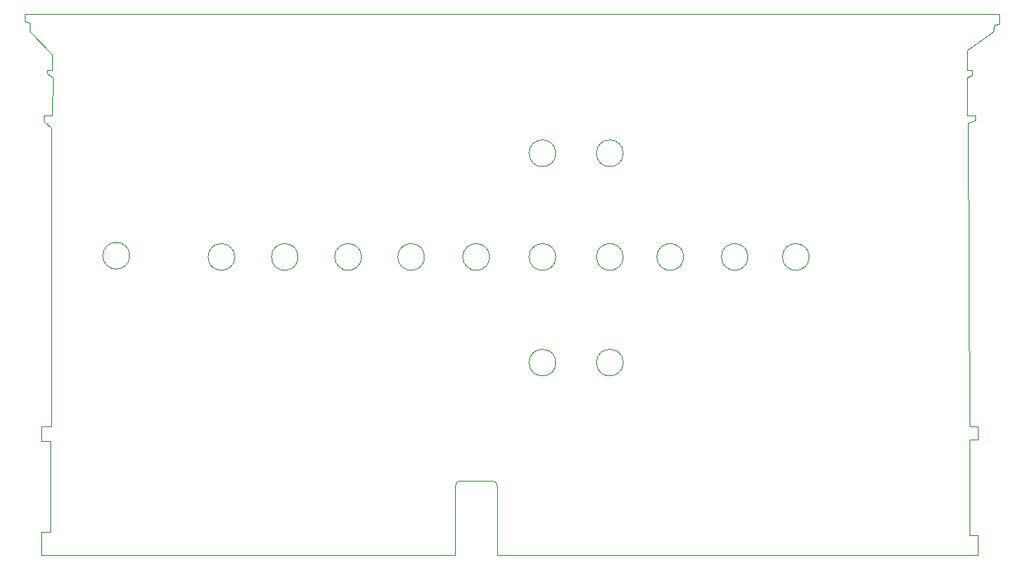
<source format=gbr>
%TF.GenerationSoftware,KiCad,Pcbnew,7.0.7*%
%TF.CreationDate,2023-11-20T21:29:34+01:00*%
%TF.ProjectId,sss_ornament_2023,7373735f-6f72-46e6-916d-656e745f3230,rev?*%
%TF.SameCoordinates,Original*%
%TF.FileFunction,Profile,NP*%
%FSLAX46Y46*%
G04 Gerber Fmt 4.6, Leading zero omitted, Abs format (unit mm)*
G04 Created by KiCad (PCBNEW 7.0.7) date 2023-11-20 21:29:34*
%MOMM*%
%LPD*%
G01*
G04 APERTURE LIST*
%TA.AperFunction,Profile*%
%ADD10C,0.086130*%
%TD*%
%TA.AperFunction,Profile*%
%ADD11C,0.100000*%
%TD*%
G04 APERTURE END LIST*
D10*
X179537047Y-60719226D02*
X179534049Y-62711366D01*
X85249477Y-63101949D02*
X85224877Y-62732609D01*
X127112758Y-112510329D02*
X84656791Y-112501830D01*
X85610461Y-110102290D02*
X85626561Y-100800128D01*
X85766576Y-62732609D02*
X85784777Y-61081569D01*
D11*
X144315263Y-81915000D02*
G75*
G03*
X144315263Y-81915000I-1367832J0D01*
G01*
X110990463Y-81915000D02*
G75*
G03*
X110990463Y-81915000I-1367832J0D01*
G01*
D10*
X85646361Y-99336028D02*
X85692661Y-68642008D01*
X182268775Y-58728666D02*
X179537047Y-60719226D01*
D11*
X104488063Y-81915000D02*
G75*
G03*
X104488063Y-81915000I-1367832J0D01*
G01*
X130624663Y-81915000D02*
G75*
G03*
X130624663Y-81915000I-1367832J0D01*
G01*
D10*
X180414046Y-67905155D02*
X179692817Y-68169875D01*
X180413398Y-67426235D02*
X180414046Y-67905155D01*
D11*
X157116863Y-81915000D02*
G75*
G03*
X157116863Y-81915000I-1367832J0D01*
G01*
D10*
X85815797Y-63471289D02*
X85249477Y-63101949D01*
X84953981Y-67386259D02*
X85766497Y-67386259D01*
X83453747Y-58731679D02*
X83467547Y-57871119D01*
X179553328Y-63523296D02*
X179551330Y-67420235D01*
X180110015Y-63215526D02*
X179553328Y-63523296D01*
X82973897Y-56994646D02*
X182880858Y-56964246D01*
X84661791Y-110102240D02*
X85610461Y-110102290D01*
D11*
X137410232Y-71268631D02*
G75*
G03*
X137410232Y-71268631I-1367832J0D01*
G01*
D10*
X85766497Y-67386259D02*
X85815797Y-63471289D01*
X179853850Y-99281165D02*
X180679625Y-99275065D01*
X85224877Y-62732609D02*
X85766576Y-62732609D01*
X127112262Y-105411197D02*
X127112758Y-112510329D01*
X180702567Y-110479083D02*
X180706565Y-112519225D01*
X182880858Y-56964246D02*
X182882857Y-57981546D01*
X130912227Y-104911162D02*
X127612262Y-104911162D01*
X180679625Y-99275065D02*
X180683127Y-100627913D01*
X84683101Y-99346217D02*
X85646361Y-99336028D01*
D11*
X144315263Y-92760800D02*
G75*
G03*
X144315263Y-92760800I-1367832J0D01*
G01*
D10*
X131412238Y-105411162D02*
G75*
G03*
X130912227Y-104911162I-500038J-38D01*
G01*
X84680101Y-100800219D02*
X84683101Y-99346217D01*
X179841262Y-110468283D02*
X180702567Y-110479083D01*
X85626561Y-100800128D02*
X84680101Y-100800219D01*
D11*
X137410232Y-92760800D02*
G75*
G03*
X137410232Y-92760800I-1367832J0D01*
G01*
D10*
X84656791Y-112501830D02*
X84661791Y-110102240D01*
X85784777Y-61081569D02*
X83453747Y-58731679D01*
X127612262Y-104911162D02*
G75*
G03*
X127112262Y-105411197I38J-500038D01*
G01*
D11*
X93718463Y-81788000D02*
G75*
G03*
X93718463Y-81788000I-1367832J0D01*
G01*
X137410232Y-81915000D02*
G75*
G03*
X137410232Y-81915000I-1367832J0D01*
G01*
D10*
X82970617Y-57738299D02*
X82975617Y-56994659D01*
X179551330Y-67420235D02*
X180413398Y-67426235D01*
D11*
X144315263Y-71268631D02*
G75*
G03*
X144315263Y-71268631I-1367832J0D01*
G01*
D10*
X180683127Y-100627913D02*
X179843360Y-100627913D01*
X179843360Y-100627913D02*
X179841262Y-110468283D01*
X182882857Y-57981546D02*
X182332274Y-58093376D01*
D11*
X163390663Y-81915000D02*
G75*
G03*
X163390663Y-81915000I-1367832J0D01*
G01*
X123944463Y-81915000D02*
G75*
G03*
X123944463Y-81915000I-1367832J0D01*
G01*
D10*
X180114013Y-62706366D02*
X180110015Y-63215526D01*
D11*
X117492863Y-81915000D02*
G75*
G03*
X117492863Y-81915000I-1367832J0D01*
G01*
D10*
X83467547Y-57871119D02*
X82970617Y-57738299D01*
X180706565Y-112519225D02*
X131412234Y-112510726D01*
X84953981Y-68001818D02*
X84953981Y-67386259D01*
X179692817Y-68169875D02*
X179853850Y-99281165D01*
X85692661Y-68642008D02*
X84953981Y-68001818D01*
D11*
X150516632Y-81915000D02*
G75*
G03*
X150516632Y-81915000I-1367832J0D01*
G01*
D10*
X182332274Y-58093376D02*
X182268775Y-58728666D01*
X131412234Y-112510726D02*
X131412227Y-105411162D01*
X179534049Y-62711366D02*
X180114013Y-62706366D01*
M02*

</source>
